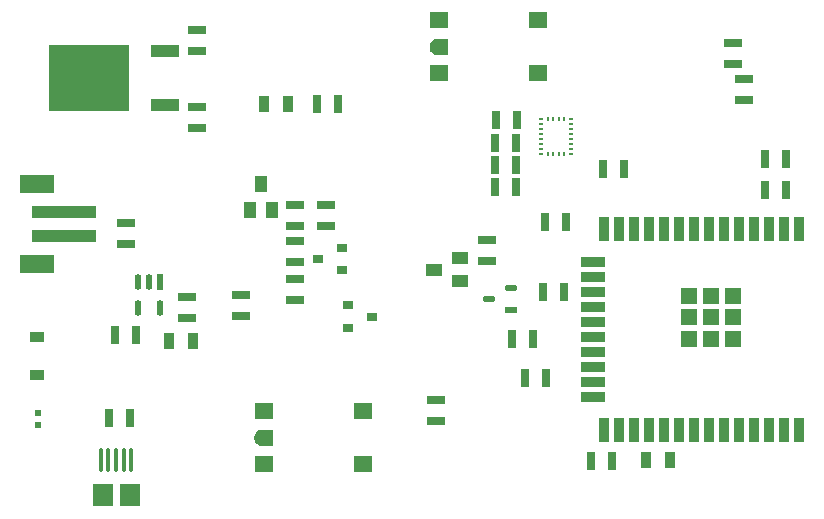
<source format=gtp>
G04*
G04 #@! TF.GenerationSoftware,Altium Limited,Altium Designer,22.6.1 (34)*
G04*
G04 Layer_Color=8421504*
%FSLAX44Y44*%
%MOMM*%
G71*
G04*
G04 #@! TF.SameCoordinates,A7F95BF2-09E6-4EF4-AC3E-D413731AB972*
G04*
G04*
G04 #@! TF.FilePolarity,Positive*
G04*
G01*
G75*
%ADD16R,6.8000X5.5500*%
%ADD17R,2.4000X1.0000*%
%ADD18R,0.9000X2.0000*%
%ADD19R,2.0000X0.9000*%
%ADD20R,1.3300X1.3300*%
%ADD21R,1.5240X0.7620*%
%ADD22R,0.7620X1.5240*%
%ADD23C,1.2600*%
%ADD24R,1.6000X1.3950*%
%ADD25R,0.9000X0.8000*%
%ADD26R,0.3500X0.2300*%
%ADD27R,0.2300X0.3500*%
%ADD28R,0.9000X1.4500*%
%ADD29R,1.2200X0.9700*%
%ADD30R,1.4000X1.0000*%
G04:AMPARAMS|DCode=31|XSize=0.4mm|YSize=2mm|CornerRadius=0.1mm|HoleSize=0mm|Usage=FLASHONLY|Rotation=0.000|XOffset=0mm|YOffset=0mm|HoleType=Round|Shape=RoundedRectangle|*
%AMROUNDEDRECTD31*
21,1,0.4000,1.8000,0,0,0.0*
21,1,0.2000,2.0000,0,0,0.0*
1,1,0.2000,0.1000,-0.9000*
1,1,0.2000,-0.1000,-0.9000*
1,1,0.2000,-0.1000,0.9000*
1,1,0.2000,0.1000,0.9000*
%
%ADD31ROUNDEDRECTD31*%
%ADD32R,1.8000X1.9000*%
G04:AMPARAMS|DCode=33|XSize=1.0746mm|YSize=0.538mm|CornerRadius=0.269mm|HoleSize=0mm|Usage=FLASHONLY|Rotation=180.000|XOffset=0mm|YOffset=0mm|HoleType=Round|Shape=RoundedRectangle|*
%AMROUNDEDRECTD33*
21,1,1.0746,0.0000,0,0,180.0*
21,1,0.5366,0.5380,0,0,180.0*
1,1,0.5380,-0.2683,0.0000*
1,1,0.5380,0.2683,0.0000*
1,1,0.5380,0.2683,0.0000*
1,1,0.5380,-0.2683,0.0000*
%
%ADD33ROUNDEDRECTD33*%
%ADD34R,1.0746X0.5380*%
%ADD35R,0.5000X0.6000*%
%ADD36R,1.0000X1.4000*%
%ADD37R,3.0000X1.6000*%
%ADD38R,5.5000X1.0000*%
G04:AMPARAMS|DCode=39|XSize=1.3383mm|YSize=0.578mm|CornerRadius=0.289mm|HoleSize=0mm|Usage=FLASHONLY|Rotation=270.000|XOffset=0mm|YOffset=0mm|HoleType=Round|Shape=RoundedRectangle|*
%AMROUNDEDRECTD39*
21,1,1.3383,0.0000,0,0,270.0*
21,1,0.7603,0.5780,0,0,270.0*
1,1,0.5780,0.0000,-0.3802*
1,1,0.5780,0.0000,0.3802*
1,1,0.5780,0.0000,0.3802*
1,1,0.5780,0.0000,-0.3802*
%
%ADD39ROUNDEDRECTD39*%
%ADD40R,0.5780X1.3383*%
G36*
X839846Y666060D02*
X830821Y666060D01*
X830134D01*
X828787Y666329D01*
X827517Y666854D01*
X826375Y667618D01*
X825403Y668589D01*
X824640Y669732D01*
X824114Y671001D01*
X823846Y672348D01*
Y673036D01*
Y673085D01*
Y673773D01*
X824114Y675120D01*
X824640Y676389D01*
X825403Y677532D01*
X826375Y678503D01*
X827517Y679267D01*
X828787Y679792D01*
X830134Y680061D01*
X830821D01*
Y680061D01*
X839846D01*
Y666060D01*
D02*
G37*
G36*
X988157Y997106D02*
X979132Y997106D01*
X978445D01*
X977097Y997374D01*
X975828Y997899D01*
X974685Y998663D01*
X973714Y999634D01*
X972951Y1000777D01*
X972425Y1002046D01*
X972157Y1003394D01*
Y1004081D01*
Y1004131D01*
Y1004818D01*
X972425Y1006165D01*
X972951Y1007434D01*
X973714Y1008577D01*
X974685Y1009548D01*
X975828Y1010312D01*
X977097Y1010837D01*
X978445Y1011106D01*
X979132D01*
Y1011106D01*
X988157D01*
Y997106D01*
D02*
G37*
D16*
X684070Y977700D02*
D03*
D17*
X748070Y1000500D02*
D03*
Y954900D02*
D03*
D18*
X1285400Y850000D02*
D03*
X1272700D02*
D03*
X1260000D02*
D03*
X1247300D02*
D03*
X1234600D02*
D03*
X1221900D02*
D03*
X1209200D02*
D03*
X1196500D02*
D03*
X1183800D02*
D03*
X1171100D02*
D03*
X1158400D02*
D03*
X1145700D02*
D03*
X1133000D02*
D03*
X1120300D02*
D03*
Y680000D02*
D03*
X1133000D02*
D03*
X1145700D02*
D03*
X1158400D02*
D03*
X1171100D02*
D03*
X1183800D02*
D03*
X1196500D02*
D03*
X1209200D02*
D03*
X1221900D02*
D03*
X1234600D02*
D03*
X1247300D02*
D03*
X1260000D02*
D03*
X1272700D02*
D03*
X1285400D02*
D03*
D19*
X1110300Y822150D02*
D03*
Y809450D02*
D03*
Y796750D02*
D03*
Y784050D02*
D03*
Y771350D02*
D03*
Y758650D02*
D03*
Y745950D02*
D03*
Y733250D02*
D03*
Y720550D02*
D03*
Y707850D02*
D03*
D20*
X1228750Y793350D02*
D03*
Y775000D02*
D03*
Y756650D02*
D03*
X1210400Y793350D02*
D03*
Y775000D02*
D03*
Y756650D02*
D03*
X1192050Y793350D02*
D03*
Y775000D02*
D03*
Y756650D02*
D03*
D21*
X1229093Y1006949D02*
D03*
Y989169D02*
D03*
X977964Y687610D02*
D03*
Y705390D02*
D03*
X1020876Y840687D02*
D03*
Y822907D02*
D03*
X1238520Y958901D02*
D03*
Y976681D02*
D03*
X884618Y852258D02*
D03*
Y870038D02*
D03*
X858344Y822172D02*
D03*
Y839952D02*
D03*
Y870038D02*
D03*
Y852258D02*
D03*
Y807667D02*
D03*
Y789887D02*
D03*
X775062Y1018731D02*
D03*
Y1000951D02*
D03*
X766565Y792354D02*
D03*
Y774574D02*
D03*
X775180Y953261D02*
D03*
Y935481D02*
D03*
X715080Y854817D02*
D03*
Y837037D02*
D03*
X812259Y794209D02*
D03*
Y776429D02*
D03*
D22*
X1045548Y904158D02*
D03*
X1027768D02*
D03*
X1045884Y942234D02*
D03*
X1028104D02*
D03*
X1027694Y885346D02*
D03*
X1045474D02*
D03*
X1052628Y723639D02*
D03*
X1070408D02*
D03*
X1136439Y900770D02*
D03*
X1118659D02*
D03*
X1088110Y856068D02*
D03*
X1070330D02*
D03*
X1085988Y796789D02*
D03*
X1068208D02*
D03*
X1041832Y756862D02*
D03*
X1059612D02*
D03*
X1256183Y882610D02*
D03*
X1273963D02*
D03*
X1256183Y909493D02*
D03*
X1273963D02*
D03*
X1027768Y922599D02*
D03*
X1045548D02*
D03*
X1126607Y653628D02*
D03*
X1108827D02*
D03*
X701110Y690000D02*
D03*
X718890D02*
D03*
X706190Y760417D02*
D03*
X723970D02*
D03*
X894802Y955354D02*
D03*
X877022D02*
D03*
D23*
X832511Y673061D02*
D03*
X980821Y1004106D02*
D03*
D24*
X831846Y650585D02*
D03*
Y695536D02*
D03*
X915946D02*
D03*
Y650585D02*
D03*
X980157Y981631D02*
D03*
Y1026581D02*
D03*
X1064257D02*
D03*
Y981631D02*
D03*
D25*
X897946Y814984D02*
D03*
Y833984D02*
D03*
X877946Y824483D02*
D03*
X903441Y785180D02*
D03*
Y766180D02*
D03*
X923441Y775680D02*
D03*
D26*
X1066720Y913227D02*
D03*
Y917527D02*
D03*
Y921827D02*
D03*
Y926127D02*
D03*
Y930427D02*
D03*
Y934727D02*
D03*
Y939027D02*
D03*
Y943327D02*
D03*
X1091720D02*
D03*
Y939027D02*
D03*
Y934727D02*
D03*
Y930427D02*
D03*
Y926127D02*
D03*
Y921827D02*
D03*
Y917527D02*
D03*
Y913227D02*
D03*
D27*
X1072770D02*
D03*
Y943327D02*
D03*
X1077070D02*
D03*
X1081370D02*
D03*
X1085670D02*
D03*
X1077070Y913227D02*
D03*
X1081370D02*
D03*
X1085670D02*
D03*
D28*
X1155709Y654215D02*
D03*
X1175709D02*
D03*
X852172Y955354D02*
D03*
X832172D02*
D03*
X771919Y755359D02*
D03*
X751919D02*
D03*
D29*
X640125Y758707D02*
D03*
Y725907D02*
D03*
D30*
X975864Y815483D02*
D03*
X997864Y824983D02*
D03*
Y805983D02*
D03*
D31*
X719800Y654287D02*
D03*
X713300D02*
D03*
X706800D02*
D03*
X700300D02*
D03*
X693800D02*
D03*
D32*
X695300Y624287D02*
D03*
X718300D02*
D03*
D33*
X1022328Y790451D02*
D03*
X1041028Y799951D02*
D03*
D34*
Y780951D02*
D03*
D35*
X640537Y694138D02*
D03*
Y684138D02*
D03*
D36*
X829535Y887682D02*
D03*
X839035Y865682D02*
D03*
X820035D02*
D03*
D37*
X640125Y887945D02*
D03*
Y819945D02*
D03*
D38*
X662625Y843945D02*
D03*
Y863945D02*
D03*
D39*
X744270Y782628D02*
D03*
X725270D02*
D03*
Y804952D02*
D03*
X734770D02*
D03*
D40*
X744270D02*
D03*
M02*

</source>
